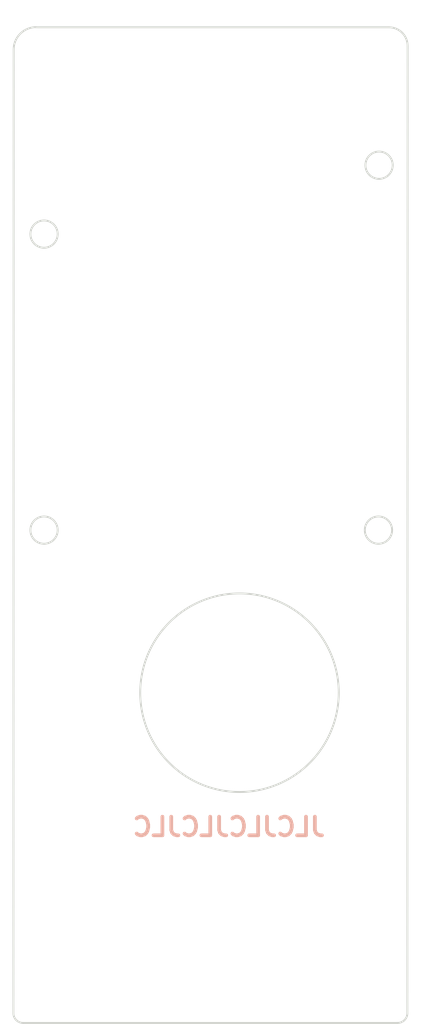
<source format=kicad_pcb>
(kicad_pcb (version 20221018) (generator pcbnew)

  (general
    (thickness 1.6)
  )

  (paper "A4")
  (layers
    (0 "F.Cu" signal)
    (31 "B.Cu" signal)
    (32 "B.Adhes" user "B.Adhesive")
    (33 "F.Adhes" user "F.Adhesive")
    (34 "B.Paste" user)
    (35 "F.Paste" user)
    (36 "B.SilkS" user "B.Silkscreen")
    (37 "F.SilkS" user "F.Silkscreen")
    (38 "B.Mask" user)
    (39 "F.Mask" user)
    (40 "Dwgs.User" user "User.Drawings")
    (41 "Cmts.User" user "User.Comments")
    (42 "Eco1.User" user "User.Eco1")
    (43 "Eco2.User" user "User.Eco2")
    (44 "Edge.Cuts" user)
    (45 "Margin" user)
    (46 "B.CrtYd" user "B.Courtyard")
    (47 "F.CrtYd" user "F.Courtyard")
    (48 "B.Fab" user)
    (49 "F.Fab" user)
    (50 "User.1" user)
    (51 "User.2" user)
    (52 "User.3" user)
    (53 "User.4" user)
    (54 "User.5" user)
    (55 "User.6" user)
    (56 "User.7" user)
    (57 "User.8" user)
    (58 "User.9" user)
  )

  (setup
    (pad_to_mask_clearance 0)
    (pcbplotparams
      (layerselection 0x00010fc_ffffffff)
      (plot_on_all_layers_selection 0x0000000_00000000)
      (disableapertmacros false)
      (usegerberextensions false)
      (usegerberattributes true)
      (usegerberadvancedattributes true)
      (creategerberjobfile true)
      (dashed_line_dash_ratio 12.000000)
      (dashed_line_gap_ratio 3.000000)
      (svgprecision 4)
      (plotframeref false)
      (viasonmask false)
      (mode 1)
      (useauxorigin false)
      (hpglpennumber 1)
      (hpglpenspeed 20)
      (hpglpendiameter 15.000000)
      (dxfpolygonmode true)
      (dxfimperialunits true)
      (dxfusepcbnewfont true)
      (psnegative false)
      (psa4output false)
      (plotreference true)
      (plotvalue true)
      (plotinvisibletext false)
      (sketchpadsonfab false)
      (subtractmaskfromsilk false)
      (outputformat 1)
      (mirror false)
      (drillshape 0)
      (scaleselection 1)
      (outputdirectory "#169/cover/")
    )
  )

  (net 0 "")

  (gr_circle (center 45.549222 25.811298) (end 46.649222 25.811298)
    (stroke (width 0.15) (type default)) (fill none) (layer "Edge.Cuts") (tstamp 1c233b93-0ea2-43dd-af66-c4f4399860f9))
  (gr_line (start 16.081706 94.2) (end 16.1 16.5)
    (stroke (width 0.15) (type solid)) (layer "Edge.Cuts") (tstamp 389f8a70-4464-4550-8dc2-9491ecd8d4d4))
  (gr_line (start 47.830634 94.12505) (end 47.85 16.2)
    (stroke (width 0.15) (type solid)) (layer "Edge.Cuts") (tstamp 3c79cc1c-25b2-40ae-9957-a4df3a195141))
  (gr_arc (start 46.35 14.7) (mid 47.41066 15.13934) (end 47.85 16.2)
    (stroke (width 0.15) (type default)) (layer "Edge.Cuts") (tstamp 460e7396-4c9d-4d91-8350-5d702e36c0ee))
  (gr_arc (start 47.830634 94.12505) (mid 47.598165 94.686334) (end 47.036884 94.9188)
    (stroke (width 0.15) (type solid)) (layer "Edge.Cuts") (tstamp 5a0f8f09-e2ef-4fd1-b313-c167e40ddae5))
  (gr_circle (center 18.549222 31.361298) (end 19.649222 31.361298)
    (stroke (width 0.15) (type default)) (fill none) (layer "Edge.Cuts") (tstamp 5b5e54d0-1cd2-472c-a3cf-7b922a4c1c39))
  (gr_line (start 47.036884 94.9188) (end 16.874384 94.9188)
    (stroke (width 0.15) (type solid)) (layer "Edge.Cuts") (tstamp 79da0ea7-e0e4-4a25-8de2-b5ec0a5e91d2))
  (gr_arc (start 16.874384 94.921225) (mid 16.338521 94.71396) (end 16.081706 94.2)
    (stroke (width 0.15) (type solid)) (layer "Edge.Cuts") (tstamp 7bd7e584-d4a6-4a44-ab13-d613b5df01dd))
  (gr_arc (start 16.1 16.5) (mid 16.626414 15.222758) (end 17.899911 14.687347)
    (stroke (width 0.15) (type default)) (layer "Edge.Cuts") (tstamp 824f98ba-c44f-4065-bf8d-a25e85338214))
  (gr_line (start 17.9 14.7) (end 46.35 14.7)
    (stroke (width 0.15) (type solid)) (layer "Edge.Cuts") (tstamp 82c4130f-40c4-410c-bfc4-be3a33822c8b))
  (gr_circle (center 34.3 68.311258) (end 42.3 68.311258)
    (stroke (width 0.15) (type solid)) (fill none) (layer "Edge.Cuts") (tstamp c2a483d0-ce69-4cc0-ac21-42c4699982fc))
  (gr_circle (center 18.549222 55.211298) (end 19.649222 55.211298)
    (stroke (width 0.15) (type default)) (fill none) (layer "Edge.Cuts") (tstamp ce3bd4e7-f185-43f3-917d-760aedf0b47a))
  (gr_circle (center 45.499222 55.211298) (end 46.599222 55.211298)
    (stroke (width 0.15) (type default)) (fill none) (layer "Edge.Cuts") (tstamp db824bb0-acba-4db2-8bb6-d9150bf254e5))
  (gr_text " JLCJLCJLCJLC" (at 42.5 80) (layer "B.SilkS") (tstamp 9c200a01-024b-47de-b5df-d2b70d349007)
    (effects (font (size 1.5 1.5) (thickness 0.3) bold) (justify left bottom mirror))
  )

  (zone (net 0) (net_name "") (layer "F.Cu") (tstamp d77785de-a6fb-4ba3-886f-3b7569a54208) (hatch edge 0.5)
    (connect_pads (clearance 0.5))
    (min_thickness 0.25) (filled_areas_thickness no)
    (fill (thermal_gap 0.5) (thermal_bridge_width 0.5) (island_removal_mode 1) (island_area_min 10))
    (polygon
      (pts
        (xy 15 12.5)
        (xy 15 95)
        (xy 50 95)
        (xy 50 12.5)
      )
    )
  )
)

</source>
